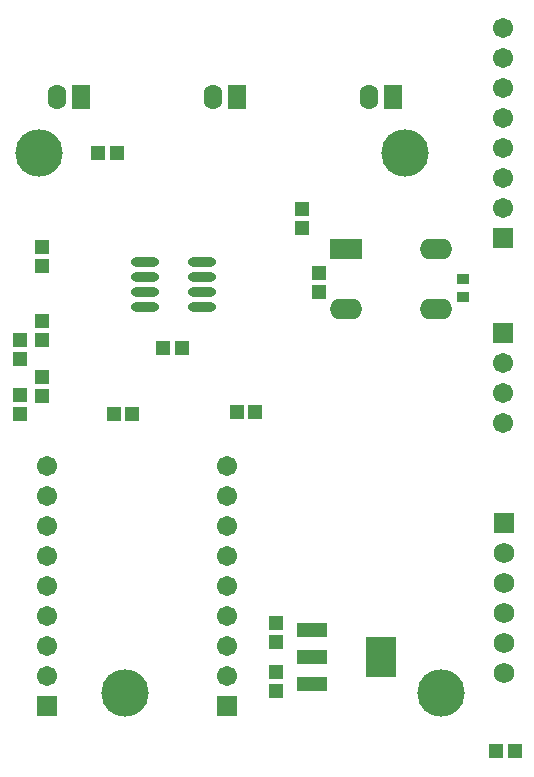
<source format=gbs>
G04*
G04 #@! TF.GenerationSoftware,Altium Limited,Altium Designer,18.1.6 (161)*
G04*
G04 Layer_Color=16711935*
%FSLAX25Y25*%
%MOIN*%
G70*
G01*
G75*
%ADD22C,0.06800*%
%ADD23R,0.06800X0.06800*%
%ADD24R,0.06706X0.06706*%
%ADD25C,0.06706*%
%ADD26C,0.15800*%
%ADD27R,0.06300X0.08300*%
%ADD28O,0.06300X0.08300*%
%ADD29R,0.10800X0.06800*%
%ADD30O,0.10800X0.06800*%
%ADD48R,0.10249X0.13398*%
%ADD49R,0.10249X0.04737*%
%ADD50R,0.04540X0.04737*%
%ADD51R,0.04934X0.04737*%
%ADD52O,0.09461X0.03162*%
%ADD53R,0.04343X0.03556*%
%ADD54R,0.04737X0.04540*%
D22*
X171500Y21650D02*
D03*
Y31650D02*
D03*
Y41650D02*
D03*
Y51650D02*
D03*
Y61650D02*
D03*
D23*
Y71650D02*
D03*
D24*
X171201Y135000D02*
D03*
Y166650D02*
D03*
X19000Y10500D02*
D03*
X79300D02*
D03*
D25*
X171201Y125000D02*
D03*
Y115000D02*
D03*
Y105000D02*
D03*
Y176650D02*
D03*
Y186650D02*
D03*
Y196650D02*
D03*
Y206650D02*
D03*
Y216650D02*
D03*
Y226650D02*
D03*
Y236650D02*
D03*
X19000Y30500D02*
D03*
Y40500D02*
D03*
Y50500D02*
D03*
Y60500D02*
D03*
Y70500D02*
D03*
Y80500D02*
D03*
Y90500D02*
D03*
Y20500D02*
D03*
X79300Y30500D02*
D03*
Y40500D02*
D03*
Y50500D02*
D03*
Y60500D02*
D03*
Y70500D02*
D03*
Y80500D02*
D03*
Y90500D02*
D03*
Y20500D02*
D03*
D26*
X16500Y195000D02*
D03*
X138500D02*
D03*
X150500Y14938D02*
D03*
X45000D02*
D03*
D27*
X30500Y213500D02*
D03*
X82437D02*
D03*
X134374D02*
D03*
D28*
X22626D02*
D03*
X74563D02*
D03*
X126500D02*
D03*
D29*
X118965Y162807D02*
D03*
D30*
X148965D02*
D03*
Y142807D02*
D03*
X118965D02*
D03*
D48*
X130417Y27000D02*
D03*
D49*
X107583Y36055D02*
D03*
Y27000D02*
D03*
Y17945D02*
D03*
D50*
X95500Y15780D02*
D03*
Y22079D02*
D03*
Y38220D02*
D03*
Y31921D02*
D03*
X17500Y120256D02*
D03*
Y113957D02*
D03*
X109748Y155051D02*
D03*
Y148752D02*
D03*
X10000Y107957D02*
D03*
Y114256D02*
D03*
X17500Y139008D02*
D03*
Y132709D02*
D03*
X104000Y169957D02*
D03*
Y176256D02*
D03*
X17500Y163756D02*
D03*
Y157457D02*
D03*
X10000Y126457D02*
D03*
Y132756D02*
D03*
D51*
X64150Y130106D02*
D03*
X57850D02*
D03*
X175000Y-4500D02*
D03*
X168701D02*
D03*
D52*
X51902Y143606D02*
D03*
Y148606D02*
D03*
Y153606D02*
D03*
Y158606D02*
D03*
X70799Y143606D02*
D03*
Y148606D02*
D03*
Y153606D02*
D03*
Y158606D02*
D03*
D53*
X157748Y146980D02*
D03*
Y152886D02*
D03*
D54*
X47650Y108106D02*
D03*
X41350D02*
D03*
X82350Y108606D02*
D03*
X88650D02*
D03*
X42496Y195106D02*
D03*
X36197D02*
D03*
M02*

</source>
